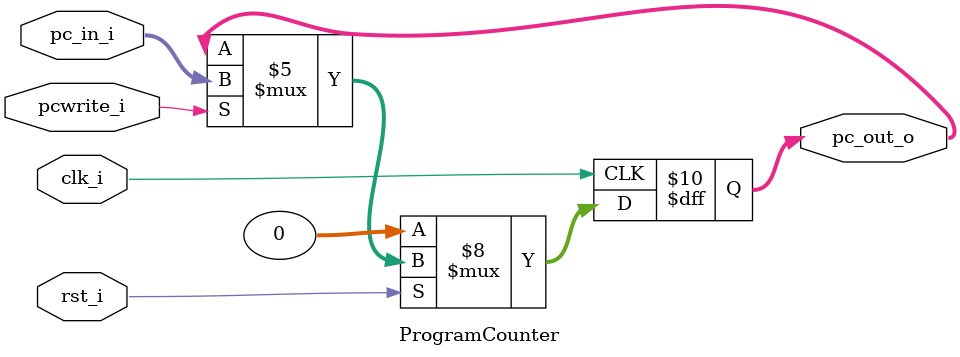
<source format=v>

module ProgramCounter(
    clk_i,
	rst_i,
	pcwrite_i,
	pc_in_i,
	pc_out_o
	);
     
//I/O ports
input           clk_i;
input	        rst_i;
input			pcwrite_i;
input  [32-1:0] pc_in_i;
output [32-1:0] pc_out_o;
 
//Internal Signals
reg    [32-1:0] pc_out_o;
 
//Parameter

    
//Main function
always @(posedge clk_i) begin
    if(~rst_i)
	    pc_out_o <= 0;
	else begin
		if(pcwrite_i==1)
			pc_out_o <= pc_in_i;
		else
			pc_out_o <= pc_out_o;
	end
end

endmodule



                    
                    
</source>
